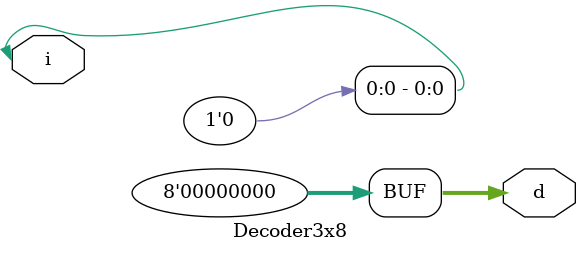
<source format=v>
module Decoder3x8(
  input [2:0] i,
  output [7:0] d
);

  //im so confused
  assign d = 8'b00000000;
  assign d[0] = 1'b1 ? i : 3'd0;
  assign d[1] = 1'b1 ? i : 3'd1;
  assign d[2] = 1'b1 ? i : 3'd2;
  assign d[3] = 1'b1 ? i : 3'd3;
  assign d[4] = 1'b1 ? i : 3'd4;
  assign d[5] = 1'b1 ? i : 3'd5;
  assign d[6] = 1'b1 ? i : 3'd6;
  assign d[7] = 1'b1 ? i : 3'd7;

endmodule

</source>
